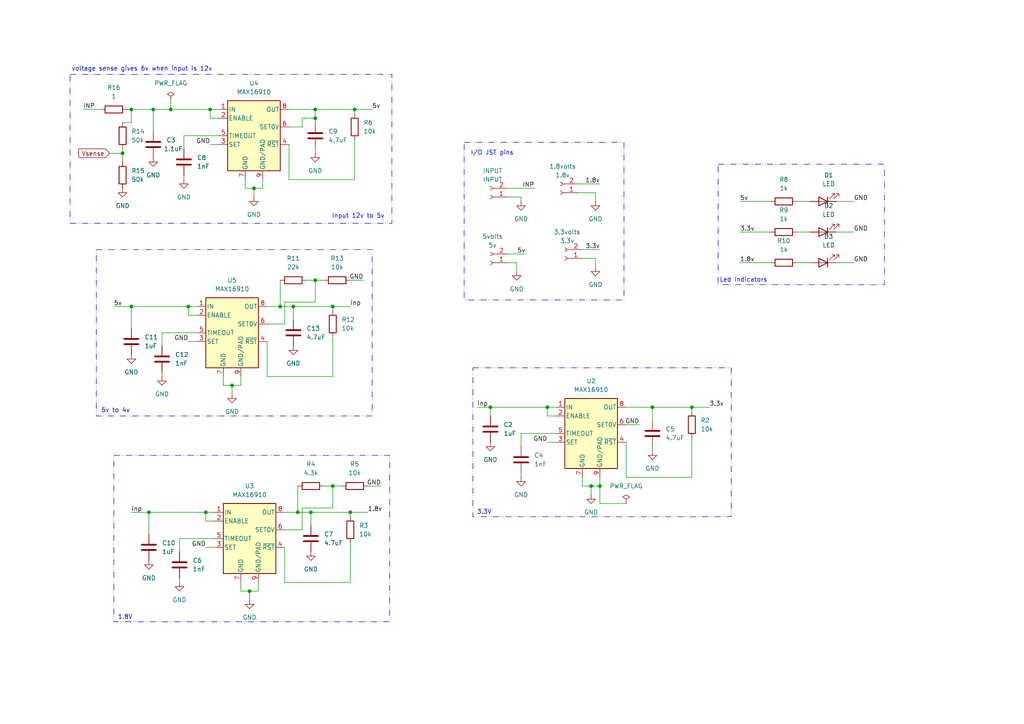
<source format=kicad_sch>
(kicad_sch (version 20250114) (generator "eeschema") (generator_version "9.0")
  (paper "A4")
  (lib_symbols
    (symbol "Connector:Conn_01x02_Socket" (pin_names (offset 1.016) (hide yes))
      (property "Reference" "J" (at 0 2.54 0))
      (property "Value" "Conn_01x02_Socket" (at 0 -5.08 0))
      (symbol "Conn_01x02_Socket_1_1"
        (polyline (pts (xy -1.27 0) (xy -0.508 0)) (stroke (width 0.1524)))
        (polyline (pts (xy -1.27 -2.54) (xy -0.508 -2.54)) (stroke (width 0.1524)))
        (arc (start 0 -0.508) (mid -0.5058 0) (end 0 0.508) (stroke (width 0.1524)))
        (arc (start 0 -3.048) (mid -0.5058 -2.54) (end 0 -2.032) (stroke (width 0.1524)))
        (pin passive line (at -5.08 0 0) (length 3.81) (name "Pin_1") (number "1"))
        (pin passive line (at -5.08 -2.54 0) (length 3.81) (name "Pin_2") (number "2"))
      )
    )
    (symbol "Device:C" (pin_numbers (hide yes)) (pin_names (offset 0.254))
      (property "Reference" "C" (at 0.635 2.54 0))
      (property "Value" "C" (at 0.635 -2.54 0))
      (symbol "C_0_1"
        (polyline (pts (xy -2.032 0.762) (xy 2.032 0.762)) (stroke (width 0.508)))
        (polyline (pts (xy -2.032 -0.762) (xy 2.032 -0.762)) (stroke (width 0.508)))
      )
      (symbol "C_1_1"
        (pin passive line (at 0 3.81 270) (length 2.794) (name "~") (number "1"))
        (pin passive line (at 0 -3.81 90) (length 2.794) (name "~") (number "2"))
      )
    )
    (symbol "Device:LED" (pin_numbers (hide yes)) (pin_names (offset 1.016) (hide yes))
      (property "Reference" "D" (at 0 2.54 0))
      (property "Value" "LED" (at 0 -2.54 0))
      (symbol "LED_0_1"
        (polyline (pts (xy -3.048 -0.762) (xy -4.572 -2.286) (xy -3.81 -2.286) (xy -4.572 -2.286) (xy -4.572 -1.524)))
        (polyline (pts (xy -1.778 -0.762) (xy -3.302 -2.286) (xy -2.54 -2.286) (xy -3.302 -2.286) (xy -3.302 -1.524)))
        (polyline (pts (xy -1.27 0) (xy 1.27 0)))
        (polyline (pts (xy -1.27 -1.27) (xy -1.27 1.27)) (stroke (width 0.254)))
        (polyline (pts (xy 1.27 -1.27) (xy 1.27 1.27) (xy -1.27 0) (xy 1.27 -1.27)) (stroke (width 0.254)))
      )
      (symbol "LED_1_1"
        (pin passive line (at -3.81 0 0) (length 2.54) (name "K") (number "1"))
        (pin passive line (at 3.81 0 180) (length 2.54) (name "A") (number "2"))
      )
    )
    (symbol "Device:R" (pin_numbers (hide yes)) (pin_names (offset 0))
      (property "Reference" "R" (at 2.032 0 90))
      (property "Value" "R" (at 0 0 90))
      (symbol "R_0_1"
        (rectangle (start -1.016 -2.54) (end 1.016 2.54) (stroke (width 0.254)))
      )
      (symbol "R_1_1"
        (pin passive line (at 0 3.81 270) (length 1.27) (name "~") (number "1"))
        (pin passive line (at 0 -3.81 90) (length 1.27) (name "~") (number "2"))
      )
    )
    (symbol "Regulator_Linear:MAX16910" (pin_names (offset 0.254))
      (property "Reference" "U" (at -6.35 11.43 0))
      (property "Value" "MAX16910" (at 0 11.43 0))
      (symbol "MAX16910_0_1"
        (rectangle (start -7.62 10.16) (end 7.62 -10.16) (stroke (width 0.254)) (fill (type background)))
      )
      (symbol "MAX16910_1_1"
        (pin power_in line (at -10.16 7.62 0) (length 2.54) (name "IN") (number "1"))
        (pin input line (at -10.16 5.08 0) (length 2.54) (name "ENABLE") (number "2"))
        (pin passive line (at -10.16 0 0) (length 2.54) (name "TIMEOUT") (number "5"))
        (pin input line (at -10.16 -2.54 0) (length 2.54) (name "SET") (number "3"))
        (pin power_in line (at -2.54 -12.7 90) (length 2.54) (name "GND") (number "7"))
        (pin power_in line (at 2.54 -12.7 90) (length 2.54) (name "GND/PAD") (number "9"))
        (pin power_out line (at 10.16 7.62 180) (length 2.54) (name "OUT") (number "8"))
        (pin input line (at 10.16 2.54 180) (length 2.54) (name "SET0V") (number "6"))
        (pin open_collector line (at 10.16 -2.54 180) (length 2.54) (name "~{RST}") (number "4"))
      )
    )
    (symbol "power:GND" (power) (pin_numbers (hide yes)) (pin_names (offset 0) (hide yes))
      (property "Value" "GND" (at 0 -3.81 0))
      (symbol "GND_0_1"
        (polyline (pts (xy 0 0) (xy 0 -1.27) (xy 1.27 -1.27) (xy 0 -2.54) (xy -1.27 -1.27) (xy 0 -1.27)))
      )
      (symbol "GND_1_1"
        (pin power_in line (at 0 0 270) (length 0) (name "~") (number "1"))
      )
    )
    (symbol "power:PWR_FLAG" (power) (pin_numbers (hide yes)) (pin_names (offset 0) (hide yes))
      (property "Value" "PWR_FLAG" (at 0 3.81 0))
      (symbol "PWR_FLAG_0_0"
        (pin power_out line (at 0 0 90) (length 0) (name "~") (number "1"))
      )
      (symbol "PWR_FLAG_0_1"
        (polyline (pts (xy 0 0) (xy 0 1.27) (xy -1.016 1.905) (xy 0 2.54) (xy 1.016 1.905) (xy 0 1.27)))
      )
    )
  )
  (text "I/O JST pins\n" (at 142.748 44.45 0) (effects (font (size 1.27 1.27))))
  (text "Led Indicators\n" (at 215.646 81.28 0) (effects (font (size 1.27 1.27))))
  (text "voltage sense gives 6v when input is 12v" (at 41.148 20.066 0) (effects (font (size 1.27 1.27))))
  (text "5v to 4v\n\n" (at 33.528 120.142 0) (effects (font (size 1.27 1.27))))
  (text "Input 12v to 5v" (at 103.886 62.738 0) (effects (font (size 1.27 1.27))))
  (text "1.8V\n" (at 36.322 179.07 0) (effects (font (size 1.27 1.27))))
  (text "3.3V" (at 140.462 148.59 0) (effects (font (size 1.27 1.27))))
  (text_box "" (at 27.94 72.39 0) (size 80.01 48.26) (margins 0.9525 0.9525 0.9525 0.9525) (stroke (width 0) (type dash_dot_dot)) (effects (font (size 1.27 1.27)) (justify left top)))
  (text_box "" (at 33.02 132.08 0) (size 80.01 48.26) (margins 0.9525 0.9525 0.9525 0.9525) (stroke (width 0) (type dash_dot_dot)) (effects (font (size 1.27 1.27)) (justify left top)))
  (text_box "" (at 134.62 41.275 0) (size 46.355 45.72) (margins 0.9525 0.9525 0.9525 0.9525) (stroke (width 0) (type dash_dot_dot)) (effects (font (size 1.27 1.27)) (justify left top)))
  (text_box "" (at 208.28 47.625 0) (size 48.26 34.925) (margins 0.9525 0.9525 0.9525 0.9525) (stroke (width 0) (type dash_dot_dot)) (effects (font (size 1.27 1.27)) (justify left top)))
  (text_box "" (at 20.32 21.59 0) (size 93.345 43.18) (margins 0.9525 0.9525 0.9525 0.9525) (stroke (width 0) (type dash_dot_dot)) (effects (font (size 1.27 1.27)) (justify left top)))
  (text_box "" (at 137.16 106.68 0) (size 74.93 43.18) (margins 0.9525 0.9525 0.9525 0.9525) (stroke (width 0) (type dash_dot_dot)) (effects (font (size 1.27 1.27)) (justify left top)))
  (junction (at 86.36 148.59))
  (junction (at 59.69 148.59))
  (junction (at 54.61 88.9))
  (junction (at 91.44 34.29))
  (junction (at 189.23 118.11))
  (junction (at 91.44 81.28))
  (junction (at 96.52 140.97))
  (junction (at 72.39 171.45))
  (junction (at 101.6 148.59))
  (junction (at 43.18 148.59))
  (junction (at 142.24 118.11))
  (junction (at 67.31 111.76))
  (junction (at 44.45 31.75))
  (junction (at 35.56 44.45))
  (junction (at 60.96 31.75))
  (junction (at 90.17 148.59))
  (junction (at 96.52 88.9))
  (junction (at 73.66 54.61))
  (junction (at 173.99 140.97))
  (junction (at 158.75 118.11))
  (junction (at 200.66 118.11))
  (junction (at 38.1 31.75))
  (junction (at 85.09 88.9))
  (junction (at 171.45 140.97))
  (junction (at 38.1 88.9))
  (junction (at 91.44 31.75))
  (junction (at 81.28 88.9))
  (junction (at 49.53 31.75))
  (junction (at 102.87 31.75))
  (wire (pts (xy 101.6 81.28) (xy 105.41 81.28)))
  (wire (pts (xy 96.52 88.9) (xy 101.6 88.9)))
  (wire (pts (xy 44.45 31.75) (xy 44.45 38.1)))
  (wire (pts (xy 200.66 127) (xy 200.66 138.43)))
  (wire (pts (xy 63.5 41.91) (xy 60.96 41.91)))
  (wire (pts (xy 149.86 76.2) (xy 149.86 78.74)))
  (wire (pts (xy 167.64 53.34) (xy 173.99 53.34)))
  (wire (pts (xy 82.55 168.91) (xy 82.55 158.75)))
  (wire (pts (xy 83.82 52.07) (xy 83.82 41.91)))
  (wire (pts (xy 53.34 39.37) (xy 53.34 43.18)))
  (wire (pts (xy 83.82 36.83) (xy 87.63 36.83)))
  (wire (pts (xy 49.53 31.75) (xy 60.96 31.75)))
  (wire (pts (xy 44.45 31.75) (xy 49.53 31.75)))
  (wire (pts (xy 172.72 55.88) (xy 172.72 58.42)))
  (wire (pts (xy 59.69 151.13) (xy 62.23 151.13)))
  (wire (pts (xy 57.15 99.06) (xy 54.61 99.06)))
  (wire (pts (xy 158.75 118.11) (xy 161.29 118.11)))
  (wire (pts (xy 85.09 88.9) (xy 85.09 92.71)))
  (wire (pts (xy 72.39 171.45) (xy 74.93 171.45)))
  (wire (pts (xy 151.13 57.15) (xy 151.13 58.42)))
  (wire (pts (xy 60.96 34.29) (xy 63.5 34.29)))
  (wire (pts (xy 38.1 88.9) (xy 38.1 95.25)))
  (wire (pts (xy 181.61 146.05) (xy 173.99 146.05)))
  (wire (pts (xy 231.14 67.31) (xy 234.95 67.31)))
  (wire (pts (xy 62.23 158.75) (xy 59.69 158.75)))
  (wire (pts (xy 173.99 138.43) (xy 173.99 140.97)))
  (wire (pts (xy 168.91 138.43) (xy 168.91 140.97)))
  (wire (pts (xy 102.87 31.75) (xy 102.87 33.02)))
  (wire (pts (xy 147.32 76.2) (xy 149.86 76.2)))
  (wire (pts (xy 69.85 171.45) (xy 72.39 171.45)))
  (wire (pts (xy 81.28 88.9) (xy 85.09 88.9)))
  (wire (pts (xy 231.14 58.42) (xy 234.95 58.42)))
  (wire (pts (xy 82.55 87.63) (xy 82.55 93.98)))
  (wire (pts (xy 158.75 118.11) (xy 158.75 120.65)))
  (wire (pts (xy 93.98 140.97) (xy 96.52 140.97)))
  (wire (pts (xy 90.17 148.59) (xy 90.17 152.4)))
  (wire (pts (xy 60.96 31.75) (xy 63.5 31.75)))
  (wire (pts (xy 91.44 34.29) (xy 91.44 35.56)))
  (wire (pts (xy 142.24 118.11) (xy 158.75 118.11)))
  (wire (pts (xy 38.1 88.9) (xy 54.61 88.9)))
  (wire (pts (xy 168.91 74.93) (xy 172.72 74.93)))
  (wire (pts (xy 101.6 148.59) (xy 106.68 148.59)))
  (wire (pts (xy 83.82 31.75) (xy 91.44 31.75)))
  (wire (pts (xy 43.18 148.59) (xy 59.69 148.59)))
  (wire (pts (xy 242.57 58.42) (xy 247.65 58.42)))
  (wire (pts (xy 242.57 67.31) (xy 247.65 67.31)))
  (wire (pts (xy 172.72 74.93) (xy 172.72 77.47)))
  (wire (pts (xy 46.99 107.95) (xy 46.99 109.22)))
  (wire (pts (xy 53.34 50.8) (xy 53.34 52.07)))
  (wire (pts (xy 86.36 140.97) (xy 86.36 148.59)))
  (wire (pts (xy 214.63 67.31) (xy 223.52 67.31)))
  (wire (pts (xy 73.66 54.61) (xy 76.2 54.61)))
  (wire (pts (xy 200.66 138.43) (xy 181.61 138.43)))
  (wire (pts (xy 87.63 147.32) (xy 87.63 153.67)))
  (wire (pts (xy 72.39 171.45) (xy 72.39 173.99)))
  (wire (pts (xy 52.07 156.21) (xy 52.07 160.02)))
  (wire (pts (xy 64.77 111.76) (xy 67.31 111.76)))
  (wire (pts (xy 46.99 96.52) (xy 46.99 100.33)))
  (wire (pts (xy 106.68 140.97) (xy 110.49 140.97)))
  (wire (pts (xy 96.52 147.32) (xy 87.63 147.32)))
  (wire (pts (xy 69.85 109.22) (xy 69.85 111.76)))
  (wire (pts (xy 102.87 40.64) (xy 102.87 52.07)))
  (wire (pts (xy 38.1 31.75) (xy 38.1 35.56)))
  (wire (pts (xy 73.66 54.61) (xy 73.66 57.15)))
  (wire (pts (xy 81.28 81.28) (xy 81.28 88.9)))
  (wire (pts (xy 33.02 88.9) (xy 38.1 88.9)))
  (wire (pts (xy 161.29 128.27) (xy 158.75 128.27)))
  (wire (pts (xy 67.31 111.76) (xy 67.31 114.3)))
  (wire (pts (xy 82.55 93.98) (xy 77.47 93.98)))
  (wire (pts (xy 181.61 118.11) (xy 189.23 118.11)))
  (wire (pts (xy 91.44 81.28) (xy 91.44 87.63)))
  (wire (pts (xy 64.77 109.22) (xy 64.77 111.76)))
  (wire (pts (xy 35.56 44.45) (xy 35.56 46.99)))
  (wire (pts (xy 147.32 57.15) (xy 151.13 57.15)))
  (wire (pts (xy 71.12 54.61) (xy 73.66 54.61)))
  (wire (pts (xy 242.57 76.2) (xy 247.65 76.2)))
  (wire (pts (xy 85.09 88.9) (xy 96.52 88.9)))
  (wire (pts (xy 101.6 157.48) (xy 101.6 168.91)))
  (wire (pts (xy 147.32 54.61) (xy 154.94 54.61)))
  (wire (pts (xy 54.61 88.9) (xy 57.15 88.9)))
  (wire (pts (xy 151.13 137.16) (xy 151.13 138.43)))
  (wire (pts (xy 67.31 111.76) (xy 69.85 111.76)))
  (wire (pts (xy 96.52 97.79) (xy 96.52 109.22)))
  (wire (pts (xy 200.66 118.11) (xy 205.74 118.11)))
  (wire (pts (xy 87.63 34.29) (xy 87.63 36.83)))
  (wire (pts (xy 168.91 140.97) (xy 171.45 140.97)))
  (wire (pts (xy 38.1 35.56) (xy 35.56 35.56)))
  (wire (pts (xy 43.18 148.59) (xy 43.18 154.94)))
  (wire (pts (xy 49.53 29.21) (xy 49.53 31.75)))
  (wire (pts (xy 77.47 88.9) (xy 81.28 88.9)))
  (wire (pts (xy 214.63 58.42) (xy 223.52 58.42)))
  (wire (pts (xy 138.43 118.11) (xy 142.24 118.11)))
  (wire (pts (xy 231.14 76.2) (xy 234.95 76.2)))
  (wire (pts (xy 158.75 120.65) (xy 161.29 120.65)))
  (wire (pts (xy 87.63 153.67) (xy 82.55 153.67)))
  (wire (pts (xy 60.96 31.75) (xy 60.96 34.29)))
  (wire (pts (xy 189.23 129.54) (xy 189.23 130.81)))
  (wire (pts (xy 71.12 52.07) (xy 71.12 54.61)))
  (wire (pts (xy 62.23 156.21) (xy 52.07 156.21)))
  (wire (pts (xy 91.44 43.18) (xy 91.44 44.45)))
  (wire (pts (xy 59.69 148.59) (xy 59.69 151.13)))
  (wire (pts (xy 96.52 109.22) (xy 77.47 109.22)))
  (wire (pts (xy 82.55 148.59) (xy 86.36 148.59)))
  (wire (pts (xy 102.87 52.07) (xy 83.82 52.07)))
  (wire (pts (xy 96.52 88.9) (xy 96.52 90.17)))
  (wire (pts (xy 38.1 31.75) (xy 44.45 31.75)))
  (wire (pts (xy 91.44 81.28) (xy 93.98 81.28)))
  (wire (pts (xy 74.93 168.91) (xy 74.93 171.45)))
  (wire (pts (xy 57.15 96.52) (xy 46.99 96.52)))
  (wire (pts (xy 200.66 118.11) (xy 200.66 119.38)))
  (wire (pts (xy 77.47 109.22) (xy 77.47 99.06)))
  (wire (pts (xy 31.75 44.45) (xy 35.56 44.45)))
  (wire (pts (xy 171.45 140.97) (xy 173.99 140.97)))
  (wire (pts (xy 52.07 167.64) (xy 52.07 168.91)))
  (wire (pts (xy 91.44 34.29) (xy 87.63 34.29)))
  (wire (pts (xy 36.83 31.75) (xy 38.1 31.75)))
  (wire (pts (xy 173.99 146.05) (xy 173.99 140.97)))
  (wire (pts (xy 91.44 87.63) (xy 82.55 87.63)))
  (wire (pts (xy 171.45 140.97) (xy 171.45 143.51)))
  (wire (pts (xy 101.6 148.59) (xy 101.6 149.86)))
  (wire (pts (xy 147.32 73.66) (xy 152.4 73.66)))
  (wire (pts (xy 54.61 88.9) (xy 54.61 91.44)))
  (wire (pts (xy 167.64 55.88) (xy 172.72 55.88)))
  (wire (pts (xy 142.24 120.65) (xy 142.24 118.11)))
  (wire (pts (xy 102.87 31.75) (xy 107.95 31.75)))
  (wire (pts (xy 24.13 31.75) (xy 29.21 31.75)))
  (wire (pts (xy 86.36 148.59) (xy 90.17 148.59)))
  (wire (pts (xy 96.52 140.97) (xy 99.06 140.97)))
  (wire (pts (xy 59.69 148.59) (xy 62.23 148.59)))
  (wire (pts (xy 69.85 168.91) (xy 69.85 171.45)))
  (wire (pts (xy 91.44 31.75) (xy 91.44 34.29)))
  (wire (pts (xy 214.63 76.2) (xy 223.52 76.2)))
  (wire (pts (xy 63.5 39.37) (xy 53.34 39.37)))
  (wire (pts (xy 76.2 52.07) (xy 76.2 54.61)))
  (wire (pts (xy 88.9 81.28) (xy 91.44 81.28)))
  (wire (pts (xy 181.61 123.19) (xy 185.42 123.19)))
  (wire (pts (xy 189.23 118.11) (xy 189.23 121.92)))
  (wire (pts (xy 54.61 91.44) (xy 57.15 91.44)))
  (wire (pts (xy 91.44 31.75) (xy 102.87 31.75)))
  (wire (pts (xy 161.29 125.73) (xy 151.13 125.73)))
  (wire (pts (xy 101.6 168.91) (xy 82.55 168.91)))
  (wire (pts (xy 189.23 118.11) (xy 200.66 118.11)))
  (wire (pts (xy 168.91 72.39) (xy 173.99 72.39)))
  (wire (pts (xy 38.1 148.59) (xy 43.18 148.59)))
  (wire (pts (xy 35.56 43.18) (xy 35.56 44.45)))
  (wire (pts (xy 181.61 138.43) (xy 181.61 128.27)))
  (wire (pts (xy 96.52 140.97) (xy 96.52 147.32)))
  (wire (pts (xy 151.13 125.73) (xy 151.13 129.54)))
  (wire (pts (xy 90.17 148.59) (xy 101.6 148.59)))
  (label "3.3v" (at 214.63 67.31 0))
  (label "GND" (at 247.65 76.2 0))
  (label "inp" (at 138.43 118.11 0))
  (label "GND" (at 60.96 41.91 180))
  (label "GND" (at 158.75 128.27 180))
  (label "GND" (at 185.42 123.19 180))
  (label "1.8v" (at 106.68 148.59 0))
  (label "3.3v" (at 173.99 72.39 180))
  (label "INP" (at 24.13 31.75 0))
  (label "1.8v" (at 214.63 76.2 0))
  (label "INP" (at 154.94 54.61 180))
  (label "GND" (at 110.49 140.97 180))
  (label "5v" (at 33.02 88.9 0))
  (label "GND" (at 247.65 67.31 0))
  (label "3.3v" (at 205.74 118.11 0))
  (label "5v" (at 107.95 31.75 0))
  (label "5v" (at 214.63 58.42 0))
  (label "inp" (at 38.1 148.59 0))
  (label "GND" (at 247.65 58.42 0))
  (label "inp" (at 101.6 88.9 0))
  (label "GND" (at 105.41 81.28 180))
  (label "GND" (at 54.61 99.06 180))
  (label "GND" (at 59.69 158.75 180))
  (label "5v" (at 152.4 73.66 180))
  (label "1.8v" (at 173.99 53.34 180))
  (global_label "Vsense" (shape input) (at 31.75 44.45 180) (property "Intersheetrefs" "${INTERSHEET_REFS}" (effects (hide yes))))
  (symbol (lib_id "Device:R") (at 101.6 153.67 0) (unit 1)
    (property "Reference" "R3" (at 104.14 152.3999 0) (effects (justify left)))
    (property "Value" "10k" (at 104.14 154.9399 0) (effects (justify left)))
    (property "Footprint" "Resistor_SMD:R_0805_2012Metric" (effects (hide yes)))
    (property "Description" "Resistor" (effects (hide yes)))
  )
  (symbol (lib_id "Device:R") (at 85.09 81.28 90) (unit 1)
    (property "Reference" "R11" (at 85.09 74.93 90))
    (property "Value" "22k" (at 85.09 77.47 90))
    (property "Footprint" "Resistor_SMD:R_0805_2012Metric" (effects (hide yes)))
    (property "Description" "Resistor" (effects (hide yes)))
  )
  (symbol (lib_id "Device:R") (at 90.17 140.97 90) (unit 1)
    (property "Reference" "R4" (at 90.17 134.62 90))
    (property "Value" "4.3k" (at 90.17 137.16 90))
    (property "Footprint" "Resistor_SMD:R_0805_2012Metric" (effects (hide yes)))
    (property "Description" "Resistor" (effects (hide yes)))
  )
  (symbol (lib_id "Device:C") (at 142.24 124.46 0) (unit 1)
    (property "Reference" "C2" (at 146.05 123.1899 0) (effects (justify left)))
    (property "Value" "1uF" (at 146.05 125.7299 0) (effects (justify left)))
    (property "Footprint" "Capacitor_SMD:C_0805_2012Metric" (effects (hide yes)))
    (property "Description" "Unpolarized capacitor" (effects (hide yes)))
  )
  (symbol (lib_id "Device:R") (at 96.52 93.98 0) (unit 1)
    (property "Reference" "R12" (at 99.06 92.7099 0) (effects (justify left)))
    (property "Value" "10k" (at 99.06 95.2499 0) (effects (justify left)))
    (property "Footprint" "Resistor_SMD:R_0805_2012Metric" (effects (hide yes)))
    (property "Description" "Resistor" (effects (hide yes)))
  )
  (symbol (lib_id "power:GND") (at 52.07 168.91 0) (unit 1)
    (property "Reference" "#PWR06" (effects (hide yes)))
    (property "Value" "GND" (at 52.07 173.99 0))
    (property "Description" "Power symbol creates a global label with name \"GND\" , ground" (effects (hide yes)))
  )
  (symbol (lib_id "power:GND") (at 67.31 114.3 0) (unit 1)
    (property "Reference" "#PWR020" (effects (hide yes)))
    (property "Value" "GND" (at 67.31 119.38 0))
    (property "Description" "Power symbol creates a global label with name \"GND\" , ground" (effects (hide yes)))
  )
  (symbol (lib_id "Device:C") (at 91.44 39.37 0) (unit 1)
    (property "Reference" "C9" (at 95.25 38.0999 0) (effects (justify left)))
    (property "Value" "4.7uF" (at 95.25 40.6399 0) (effects (justify left)))
    (property "Footprint" "Capacitor_SMD:C_0805_2012Metric" (effects (hide yes)))
    (property "Description" "Unpolarized capacitor" (effects (hide yes)))
  )
  (symbol (lib_id "power:GND") (at 46.99 109.22 0) (unit 1)
    (property "Reference" "#PWR08" (effects (hide yes)))
    (property "Value" "GND" (at 46.99 114.3 0))
    (property "Description" "Power symbol creates a global label with name \"GND\" , ground" (effects (hide yes)))
  )
  (symbol (lib_id "Device:C") (at 52.07 163.83 0) (unit 1)
    (property "Reference" "C6" (at 55.88 162.5599 0) (effects (justify left)))
    (property "Value" "1nF" (at 55.88 165.0999 0) (effects (justify left)))
    (property "Footprint" "Capacitor_SMD:C_0805_2012Metric" (effects (hide yes)))
    (property "Description" "Unpolarized capacitor" (effects (hide yes)))
  )
  (symbol (lib_id "power:GND") (at 172.72 58.42 0) (unit 1)
    (property "Reference" "#PWR011" (effects (hide yes)))
    (property "Value" "GND" (at 172.72 63.5 0))
    (property "Description" "Power symbol creates a global label with name \"GND\" , ground" (effects (hide yes)))
  )
  (symbol (lib_id "Regulator_Linear:MAX16910") (at 67.31 96.52 0) (unit 1)
    (property "Reference" "U5" (at 67.31 81.28 0))
    (property "Value" "MAX16910" (at 67.31 83.82 0))
    (property "Footprint" "maxy:SON65P300X300X80-9N" (effects (hide yes)))
    (property "Datasheet" "https://datasheets.maximintegrated.com/en/ds/MAX16910.pdf" (effects (hide yes)))
    (property "Description" "200mA Automotive Linear LDO Regulator, Fixed Output 5V/3.3V or Adjustable, SO-8/DFN-8" (effects (hide yes)))
  )
  (symbol (lib_id "Device:R") (at 35.56 39.37 0) (unit 1)
    (property "Reference" "R14" (at 38.1 38.0999 0) (effects (justify left)))
    (property "Value" "50k" (at 38.1 40.6399 0) (effects (justify left)))
    (property "Footprint" "Resistor_SMD:R_0805_2012Metric" (effects (hide yes)))
    (property "Description" "Resistor" (effects (hide yes)))
  )
  (symbol (lib_id "Connector:Conn_01x02_Socket") (at 142.24 76.2 180) (unit 1)
    (property "Reference" "5volts" (at 142.875 68.58 0))
    (property "Value" "5v" (at 142.875 71.12 0))
    (property "Footprint" "Connector_JST:JST_XH_B2B-XH-AM_1x02_P2.50mm_Vertical" (effects (hide yes)))
    (property "Description" "Generic connector, single row, 01x02, script generated" (effects (hide yes)))
  )
  (symbol (lib_id "Device:R") (at 227.33 76.2 90) (unit 1)
    (property "Reference" "R10" (at 227.33 69.85 90))
    (property "Value" "1k" (at 227.33 72.39 90))
    (property "Footprint" "Resistor_SMD:R_0805_2012Metric" (effects (hide yes)))
    (property "Description" "Resistor" (effects (hide yes)))
  )
  (symbol (lib_id "Device:R") (at 102.87 36.83 0) (unit 1)
    (property "Reference" "R6" (at 105.41 35.5599 0) (effects (justify left)))
    (property "Value" "10k" (at 105.41 38.0999 0) (effects (justify left)))
    (property "Footprint" "Resistor_SMD:R_0805_2012Metric" (effects (hide yes)))
    (property "Description" "Resistor" (effects (hide yes)))
  )
  (symbol (lib_id "Device:C") (at 90.17 156.21 0) (unit 1)
    (property "Reference" "C7" (at 93.98 154.9399 0) (effects (justify left)))
    (property "Value" "4.7uF" (at 93.98 157.4799 0) (effects (justify left)))
    (property "Footprint" "Capacitor_SMD:C_0805_2012Metric" (effects (hide yes)))
    (property "Description" "Unpolarized capacitor" (effects (hide yes)))
  )
  (symbol (lib_id "power:GND") (at 151.13 58.42 0) (unit 1)
    (property "Reference" "#PWR03" (effects (hide yes)))
    (property "Value" "GND" (at 151.13 63.5 0))
    (property "Description" "Power symbol creates a global label with name \"GND\" , ground" (effects (hide yes)))
  )
  (symbol (lib_id "Device:LED") (at 238.76 58.42 180) (unit 1)
    (property "Reference" "D1" (at 240.3475 50.8 0))
    (property "Value" "LED" (at 240.3475 53.34 0))
    (property "Footprint" "LED_SMD:LED_1206_3216Metric" (effects (hide yes)))
    (property "Description" "Light emitting diode" (effects (hide yes)))
    (property "Sim.Pins" "1=K 2=A" (effects (hide yes)))
  )
  (symbol (lib_id "Device:C") (at 189.23 125.73 0) (unit 1)
    (property "Reference" "C5" (at 193.04 124.4599 0) (effects (justify left)))
    (property "Value" "4.7uF" (at 193.04 126.9999 0) (effects (justify left)))
    (property "Footprint" "Capacitor_SMD:C_0805_2012Metric" (effects (hide yes)))
    (property "Description" "Unpolarized capacitor" (effects (hide yes)))
  )
  (symbol (lib_id "Device:R") (at 97.79 81.28 90) (unit 1)
    (property "Reference" "R13" (at 97.79 74.93 90))
    (property "Value" "10k" (at 97.79 77.47 90))
    (property "Footprint" "Resistor_SMD:R_0805_2012Metric" (effects (hide yes)))
    (property "Description" "Resistor" (effects (hide yes)))
  )
  (symbol (lib_id "Device:R") (at 227.33 58.42 90) (unit 1)
    (property "Reference" "R8" (at 227.33 52.07 90))
    (property "Value" "1k" (at 227.33 54.61 90))
    (property "Footprint" "Resistor_SMD:R_0805_2012Metric" (effects (hide yes)))
    (property "Description" "Resistor" (effects (hide yes)))
  )
  (symbol (lib_id "power:PWR_FLAG") (at 181.61 146.05 0) (unit 1)
    (property "Reference" "#FLG02" (effects (hide yes)))
    (property "Value" "PWR_FLAG" (at 181.61 140.97 0))
    (property "Description" "Special symbol for telling ERC where power comes from" (effects (hide yes)))
  )
  (symbol (lib_id "Device:LED") (at 238.76 76.2 180) (unit 1)
    (property "Reference" "D3" (at 240.3475 68.58 0))
    (property "Value" "LED" (at 240.3475 71.12 0))
    (property "Footprint" "LED_SMD:LED_1206_3216Metric" (effects (hide yes)))
    (property "Description" "Light emitting diode" (effects (hide yes)))
    (property "Sim.Pins" "1=K 2=A" (effects (hide yes)))
  )
  (symbol (lib_id "power:GND") (at 171.45 143.51 0) (unit 1)
    (property "Reference" "#PWR01" (effects (hide yes)))
    (property "Value" "GND" (at 171.45 148.59 0))
    (property "Description" "Power symbol creates a global label with name \"GND\" , ground" (effects (hide yes)))
  )
  (symbol (lib_id "Connector:Conn_01x02_Socket") (at 163.83 74.93 180) (unit 1)
    (property "Reference" "3.3volts" (at 164.465 67.31 0))
    (property "Value" "3.3v" (at 164.465 69.85 0))
    (property "Footprint" "Connector_JST:JST_XH_B2B-XH-AM_1x02_P2.50mm_Vertical" (effects (hide yes)))
    (property "Description" "Generic connector, single row, 01x02, script generated" (effects (hide yes)))
  )
  (symbol (lib_id "Device:R") (at 102.87 140.97 90) (unit 1)
    (property "Reference" "R5" (at 102.87 134.62 90))
    (property "Value" "10k" (at 102.87 137.16 90))
    (property "Footprint" "Resistor_SMD:R_0805_2012Metric" (effects (hide yes)))
    (property "Description" "Resistor" (effects (hide yes)))
  )
  (symbol (lib_id "power:GND") (at 172.72 77.47 0) (unit 1)
    (property "Reference" "#PWR07" (effects (hide yes)))
    (property "Value" "GND" (at 172.72 82.55 0))
    (property "Description" "Power symbol creates a global label with name \"GND\" , ground" (effects (hide yes)))
  )
  (symbol (lib_id "Device:C") (at 46.99 104.14 0) (unit 1)
    (property "Reference" "C12" (at 50.8 102.8699 0) (effects (justify left)))
    (property "Value" "1nF" (at 50.8 105.4099 0) (effects (justify left)))
    (property "Footprint" "Capacitor_SMD:C_0805_2012Metric" (effects (hide yes)))
    (property "Description" "Unpolarized capacitor" (effects (hide yes)))
  )
  (symbol (lib_id "Device:C") (at 38.1 99.06 0) (unit 1)
    (property "Reference" "C11" (at 41.91 97.7899 0) (effects (justify left)))
    (property "Value" "1uF" (at 41.91 100.3299 0) (effects (justify left)))
    (property "Footprint" "Capacitor_SMD:C_0805_2012Metric" (effects (hide yes)))
    (property "Description" "Unpolarized capacitor" (effects (hide yes)))
  )
  (symbol (lib_id "power:GND") (at 72.39 173.99 0) (unit 1)
    (property "Reference" "#PWR017" (effects (hide yes)))
    (property "Value" "GND" (at 72.39 179.07 0))
    (property "Description" "Power symbol creates a global label with name \"GND\" , ground" (effects (hide yes)))
  )
  (symbol (lib_id "Regulator_Linear:MAX16910") (at 72.39 156.21 0) (unit 1)
    (property "Reference" "U3" (at 72.39 140.97 0))
    (property "Value" "MAX16910" (at 72.39 143.51 0))
    (property "Footprint" "maxy:SON65P300X300X80-9N" (effects (hide yes)))
    (property "Datasheet" "https://datasheets.maximintegrated.com/en/ds/MAX16910.pdf" (effects (hide yes)))
    (property "Description" "200mA Automotive Linear LDO Regulator, Fixed Output 5V/3.3V or Adjustable, SO-8/DFN-8" (effects (hide yes)))
  )
  (symbol (lib_id "Device:C") (at 85.09 96.52 0) (unit 1)
    (property "Reference" "C13" (at 88.9 95.2499 0) (effects (justify left)))
    (property "Value" "4.7uF" (at 88.9 97.7899 0) (effects (justify left)))
    (property "Footprint" "Capacitor_SMD:C_0805_2012Metric" (effects (hide yes)))
    (property "Description" "Unpolarized capacitor" (effects (hide yes)))
  )
  (symbol (lib_id "power:GND") (at 90.17 160.02 0) (unit 1)
    (property "Reference" "#PWR02" (effects (hide yes)))
    (property "Value" "GND" (at 90.17 165.1 0))
    (property "Description" "Power symbol creates a global label with name \"GND\" , ground" (effects (hide yes)))
  )
  (symbol (lib_id "Connector:Conn_01x02_Socket") (at 142.24 57.15 180) (unit 1)
    (property "Reference" "INPUT" (at 142.875 49.53 0))
    (property "Value" "INPUT" (at 142.875 52.07 0))
    (property "Footprint" "Connector_JST:JST_XH_B2B-XH-AM_1x02_P2.50mm_Vertical" (effects (hide yes)))
    (property "Description" "Generic connector, single row, 01x02, script generated" (effects (hide yes)))
  )
  (symbol (lib_id "power:GND") (at 151.13 138.43 0) (unit 1)
    (property "Reference" "#PWR04" (effects (hide yes)))
    (property "Value" "GND" (at 151.13 143.51 0))
    (property "Description" "Power symbol creates a global label with name \"GND\" , ground" (effects (hide yes)))
  )
  (symbol (lib_id "power:GND") (at 91.44 44.45 0) (unit 1)
    (property "Reference" "#PWR010" (effects (hide yes)))
    (property "Value" "GND" (at 91.44 49.53 0))
    (property "Description" "Power symbol creates a global label with name \"GND\" , ground" (effects (hide yes)))
  )
  (symbol (lib_id "power:GND") (at 149.86 78.74 0) (unit 1)
    (property "Reference" "#PWR012" (effects (hide yes)))
    (property "Value" "GND" (at 149.86 83.82 0))
    (property "Description" "Power symbol creates a global label with name \"GND\" , ground" (effects (hide yes)))
  )
  (symbol (lib_id "Device:R") (at 227.33 67.31 90) (unit 1)
    (property "Reference" "R9" (at 227.33 60.96 90))
    (property "Value" "1k" (at 227.33 63.5 90))
    (property "Footprint" "Resistor_SMD:R_0805_2012Metric" (effects (hide yes)))
    (property "Description" "Resistor" (effects (hide yes)))
  )
  (symbol (lib_id "Device:C") (at 53.34 46.99 0) (unit 1)
    (property "Reference" "C8" (at 57.15 45.7199 0) (effects (justify left)))
    (property "Value" "1nF" (at 57.15 48.2599 0) (effects (justify left)))
    (property "Footprint" "Capacitor_SMD:C_0805_2012Metric" (effects (hide yes)))
    (property "Description" "Unpolarized capacitor" (effects (hide yes)))
  )
  (symbol (lib_id "Device:R") (at 200.66 123.19 0) (unit 1)
    (property "Reference" "R2" (at 203.2 121.9199 0) (effects (justify left)))
    (property "Value" "10k" (at 203.2 124.4599 0) (effects (justify left)))
    (property "Footprint" "Resistor_SMD:R_0805_2012Metric" (effects (hide yes)))
    (property "Description" "Resistor" (effects (hide yes)))
  )
  (symbol (lib_id "power:GND") (at 35.56 54.61 0) (unit 1)
    (property "Reference" "#PWR022" (effects (hide yes)))
    (property "Value" "GND" (at 35.56 59.69 0))
    (property "Description" "Power symbol creates a global label with name \"GND\" , ground" (effects (hide yes)))
  )
  (symbol (lib_id "Regulator_Linear:MAX16910") (at 73.66 39.37 0) (unit 1)
    (property "Reference" "U4" (at 73.66 24.13 0))
    (property "Value" "MAX16910" (at 73.66 26.67 0))
    (property "Footprint" "maxy:SON65P300X300X80-9N" (effects (hide yes)))
    (property "Datasheet" "https://datasheets.maximintegrated.com/en/ds/MAX16910.pdf" (effects (hide yes)))
    (property "Description" "200mA Automotive Linear LDO Regulator, Fixed Output 5V/3.3V or Adjustable, SO-8/DFN-8" (effects (hide yes)))
  )
  (symbol (lib_id "Device:R") (at 35.56 50.8 0) (unit 1)
    (property "Reference" "R15" (at 38.1 49.5299 0) (effects (justify left)))
    (property "Value" "50k" (at 38.1 52.0699 0) (effects (justify left)))
    (property "Footprint" "Resistor_SMD:R_0805_2012Metric" (effects (hide yes)))
    (property "Description" "Resistor" (effects (hide yes)))
  )
  (symbol (lib_id "power:GND") (at 142.24 128.27 0) (unit 1)
    (property "Reference" "#PWR013" (effects (hide yes)))
    (property "Value" "GND" (at 142.24 133.35 0))
    (property "Description" "Power symbol creates a global label with name \"GND\" , ground" (effects (hide yes)))
  )
  (symbol (lib_id "power:GND") (at 44.45 45.72 0) (unit 1)
    (property "Reference" "#PWR014" (effects (hide yes)))
    (property "Value" "GND" (at 44.45 50.8 0))
    (property "Description" "Power symbol creates a global label with name \"GND\" , ground" (effects (hide yes)))
  )
  (symbol (lib_id "Device:C") (at 151.13 133.35 0) (unit 1)
    (property "Reference" "C4" (at 154.94 132.0799 0) (effects (justify left)))
    (property "Value" "1nF" (at 154.94 134.6199 0) (effects (justify left)))
    (property "Footprint" "Capacitor_SMD:C_0805_2012Metric" (effects (hide yes)))
    (property "Description" "Unpolarized capacitor" (effects (hide yes)))
  )
  (symbol (lib_id "power:GND") (at 53.34 52.07 0) (unit 1)
    (property "Reference" "#PWR09" (effects (hide yes)))
    (property "Value" "GND" (at 53.34 57.15 0))
    (property "Description" "Power symbol creates a global label with name \"GND\" , ground" (effects (hide yes)))
  )
  (symbol (lib_id "power:GND") (at 38.1 102.87 0) (unit 1)
    (property "Reference" "#PWR019" (effects (hide yes)))
    (property "Value" "GND" (at 38.1 107.95 0))
    (property "Description" "Power symbol creates a global label with name \"GND\" , ground" (effects (hide yes)))
  )
  (symbol (lib_id "Connector:Conn_01x02_Socket") (at 162.56 55.88 180) (unit 1)
    (property "Reference" "1.8volts" (at 163.195 48.26 0))
    (property "Value" "1.8v" (at 163.195 50.8 0))
    (property "Footprint" "Connector_JST:JST_XH_B2B-XH-AM_1x02_P2.50mm_Vertical" (effects (hide yes)))
    (property "Description" "Generic connector, single row, 01x02, script generated" (effects (hide yes)))
  )
  (symbol (lib_id "power:GND") (at 43.18 162.56 0) (unit 1)
    (property "Reference" "#PWR015" (effects (hide yes)))
    (property "Value" "GND" (at 43.18 167.64 0))
    (property "Description" "Power symbol creates a global label with name \"GND\" , ground" (effects (hide yes)))
  )
  (symbol (lib_id "Device:LED") (at 238.76 67.31 180) (unit 1)
    (property "Reference" "D2" (at 240.3475 59.69 0))
    (property "Value" "LED" (at 240.3475 62.23 0))
    (property "Footprint" "LED_SMD:LED_1206_3216Metric" (effects (hide yes)))
    (property "Description" "Light emitting diode" (effects (hide yes)))
    (property "Sim.Pins" "1=K 2=A" (effects (hide yes)))
  )
  (symbol (lib_id "power:PWR_FLAG") (at 49.53 29.21 0) (unit 1)
    (property "Reference" "#FLG04" (effects (hide yes)))
    (property "Value" "PWR_FLAG" (at 49.53 24.13 0))
    (property "Description" "Special symbol for telling ERC where power comes from" (effects (hide yes)))
  )
  (symbol (lib_id "power:GND") (at 73.66 57.15 0) (unit 1)
    (property "Reference" "#PWR016" (effects (hide yes)))
    (property "Value" "GND" (at 73.66 62.23 0))
    (property "Description" "Power symbol creates a global label with name \"GND\" , ground" (effects (hide yes)))
  )
  (symbol (lib_id "Device:C") (at 44.45 41.91 0) (unit 1)
    (property "Reference" "C3" (at 48.26 40.6399 0) (effects (justify left)))
    (property "Value" "1.1uF" (at 47.498 43.18 0) (effects (justify left)))
    (property "Footprint" "Capacitor_SMD:C_0805_2012Metric" (effects (hide yes)))
    (property "Description" "Unpolarized capacitor" (effects (hide yes)))
  )
  (symbol (lib_id "power:GND") (at 85.09 100.33 0) (unit 1)
    (property "Reference" "#PWR021" (effects (hide yes)))
    (property "Value" "GND" (at 85.09 105.41 0))
    (property "Description" "Power symbol creates a global label with name \"GND\" , ground" (effects (hide yes)))
  )
  (symbol (lib_id "Device:R") (at 33.02 31.75 90) (unit 1)
    (property "Reference" "R16" (at 33.02 25.4 90))
    (property "Value" "1" (at 33.02 27.94 90))
    (property "Footprint" "Resistor_SMD:R_0805_2012Metric" (effects (hide yes)))
    (property "Description" "Resistor" (effects (hide yes)))
  )
  (symbol (lib_id "power:GND") (at 189.23 130.81 0) (unit 1)
    (property "Reference" "#PWR05" (effects (hide yes)))
    (property "Value" "GND" (at 189.23 135.89 0))
    (property "Description" "Power symbol creates a global label with name \"GND\" , ground" (effects (hide yes)))
  )
  (symbol (lib_id "Regulator_Linear:MAX16910") (at 171.45 125.73 0) (unit 1)
    (property "Reference" "U2" (at 171.45 110.49 0))
    (property "Value" "MAX16910" (at 171.45 113.03 0))
    (property "Footprint" "maxy:SON65P300X300X80-9N" (effects (hide yes)))
    (property "Datasheet" "https://datasheets.maximintegrated.com/en/ds/MAX16910.pdf" (effects (hide yes)))
    (property "Description" "200mA Automotive Linear LDO Regulator, Fixed Output 5V/3.3V or Adjustable, SO-8/DFN-8" (effects (hide yes)))
  )
  (symbol (lib_id "Device:C") (at 43.18 158.75 0) (unit 1)
    (property "Reference" "C10" (at 46.99 157.4799 0) (effects (justify left)))
    (property "Value" "1uF" (at 46.99 160.0199 0) (effects (justify left)))
    (property "Footprint" "Capacitor_SMD:C_0805_2012Metric" (effects (hide yes)))
    (property "Description" "Unpolarized capacitor" (effects (hide yes)))
  )
)
</source>
